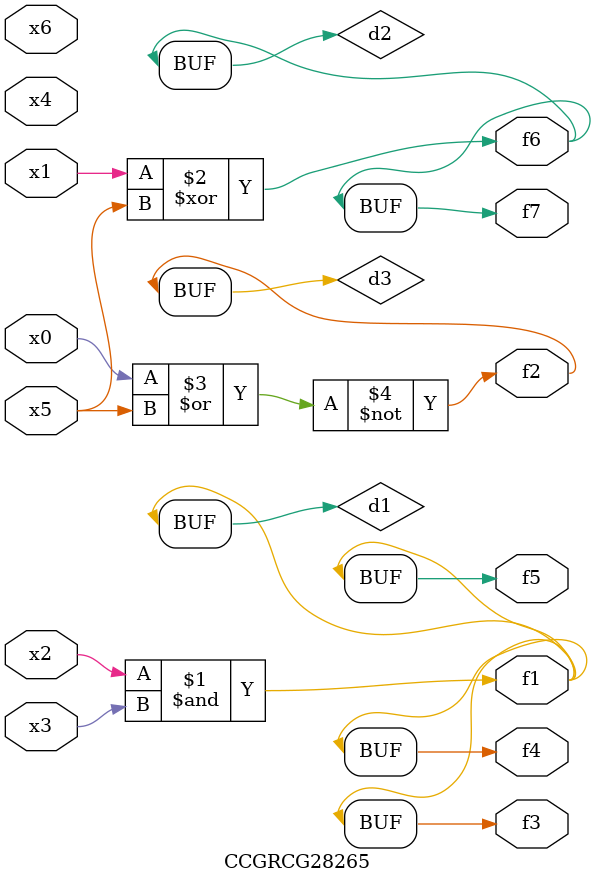
<source format=v>
module CCGRCG28265(
	input x0, x1, x2, x3, x4, x5, x6,
	output f1, f2, f3, f4, f5, f6, f7
);

	wire d1, d2, d3;

	and (d1, x2, x3);
	xor (d2, x1, x5);
	nor (d3, x0, x5);
	assign f1 = d1;
	assign f2 = d3;
	assign f3 = d1;
	assign f4 = d1;
	assign f5 = d1;
	assign f6 = d2;
	assign f7 = d2;
endmodule

</source>
